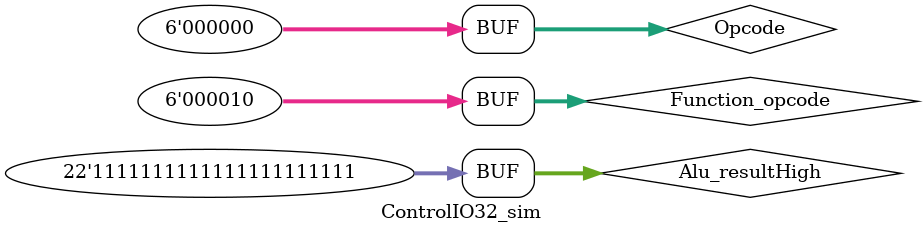
<source format=v>
`timescale 1ns / 1ps


module ControlIO32_sim();
    // input
    reg[5:0]   Opcode = 6'b000000;            // À´×ÔÈ¡Ö¸µ¥Ôªinstruction[31..26]
    reg[5:0]   Function_opcode  = 6'b100000;      // r-form instructions[5..0]  //ADD
    reg[21:0]  Alu_resultHigh = 22'b11000000110100100011; //  ¶Á²Ù×÷ÐèÒª´Ó¶Ë¿Ú»ò´æ´¢Æ÷¶ÁÊý¾Ýµ½¼Ä´æÆ÷LWºÍSWµÄÕæÕýµØÖ·ÊÇAlu_Result,ÕâÀïµÄAlu_resultHighÀ´×ÔÖ´ÐÐµ¥ÔªAlu_Result[31..10]£¬Õâ¸öÐÅºÅÒª½øÈëµ½control32.vµÄÄ£¿éÖÐ
    // output
    wire       Jrn;
    wire       RegDST;
    wire       ALUSrc;            // ¾ö¶¨µÚ¶þ¸ö²Ù×÷ÊýÊÇ¼Ä´æÆ÷»¹ÊÇÁ¢¼´Êý
    wire       MemorIOtoReg;
    wire       RegWrite;
    wire       MemRead;
    wire       MemWrite;
    wire       IORead;
    wire       IOWrite;
    wire       Branch;
    wire       nBranch;
    wire       Jmp;
    wire       Jal;
    wire       I_format;
    wire       Sftmd;
    wire[1:0]  ALUOp;
    
    control32 UctrlIO(
        .Opcode(Opcode),
        .Function_opcode(Function_opcode),
        .Alu_resultHigh(Alu_resultHigh),
        .Jrn(Jrn),
        .RegDST(RegDST),
        .ALUSrc(ALUSrc),
        .MemorIOtoReg(MemorIOtoReg),
        .RegWrite(RegWrite),
        .MemRead(MemRead),
        .MemWrite(MemWrite),
        .IORead(IORead),
        .IOWrite(IOWrite),
        .Branch(Branch),
        .nBranch(nBranch),
        .Jmp(Jmp),
        .Jal(Jal),
        .I_format(I_format),
        .Sftmd(Sftmd),
        .ALUOp(ALUOp)
);
            
    initial begin
        #200    Function_opcode  = 6'b001000;               // JR
        #200    Opcode = 6'b001000;                         //  ADDI
        #200    Opcode = 6'b100011;                         //  LW
        #200    Opcode = 6'b101011;                         //  SW
        #200    begin Opcode = 6'b100011; Alu_resultHigh = 22'b1111111111111111111111; end;  //  LW  IO
        #200    begin Opcode = 6'b101011; Alu_resultHigh = 22'b1111111111111111111111; end;  //  SW  io
        #250    Opcode = 6'b000100;                         //  BEQ
        #200    Opcode = 6'b000101;                         //  BNE
        #250    Opcode = 6'b000010;                         //  JMP
        #200    Opcode = 6'b000011;                         //  JAL
        #250    begin Opcode = 6'b000000; Function_opcode  = 6'b000010; end;//  SRL
    end         
endmodule

</source>
